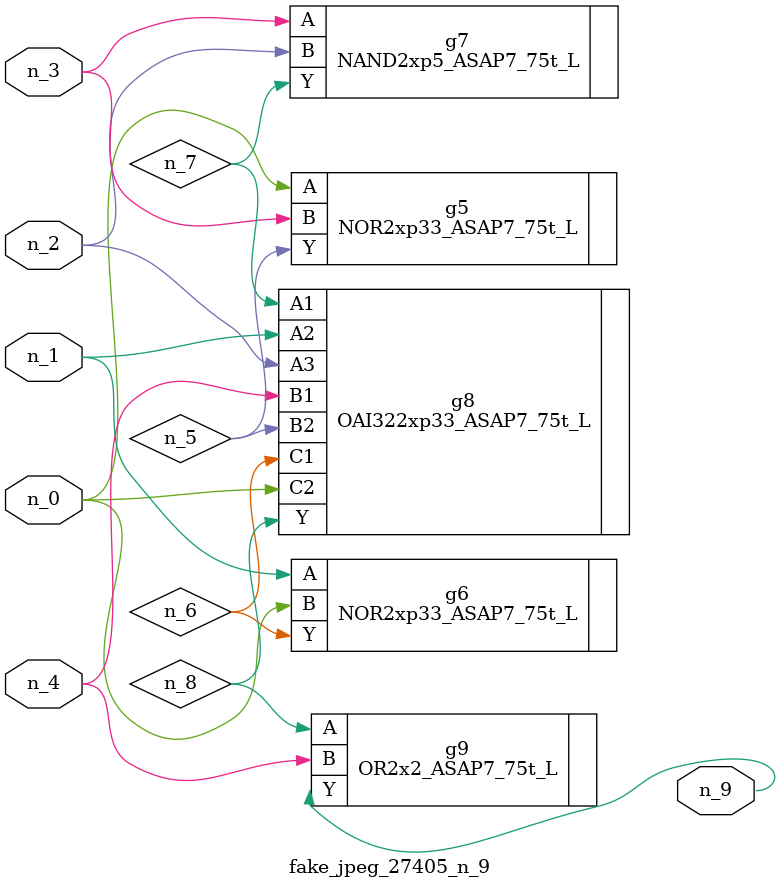
<source format=v>
module fake_jpeg_27405_n_9 (n_3, n_2, n_1, n_0, n_4, n_9);

input n_3;
input n_2;
input n_1;
input n_0;
input n_4;

output n_9;

wire n_8;
wire n_6;
wire n_5;
wire n_7;

NOR2xp33_ASAP7_75t_L g5 ( 
.A(n_0),
.B(n_3),
.Y(n_5)
);

NOR2xp33_ASAP7_75t_L g6 ( 
.A(n_1),
.B(n_0),
.Y(n_6)
);

NAND2xp5_ASAP7_75t_L g7 ( 
.A(n_3),
.B(n_2),
.Y(n_7)
);

OAI322xp33_ASAP7_75t_L g8 ( 
.A1(n_7),
.A2(n_1),
.A3(n_2),
.B1(n_4),
.B2(n_5),
.C1(n_6),
.C2(n_0),
.Y(n_8)
);

OR2x2_ASAP7_75t_L g9 ( 
.A(n_8),
.B(n_4),
.Y(n_9)
);


endmodule
</source>
